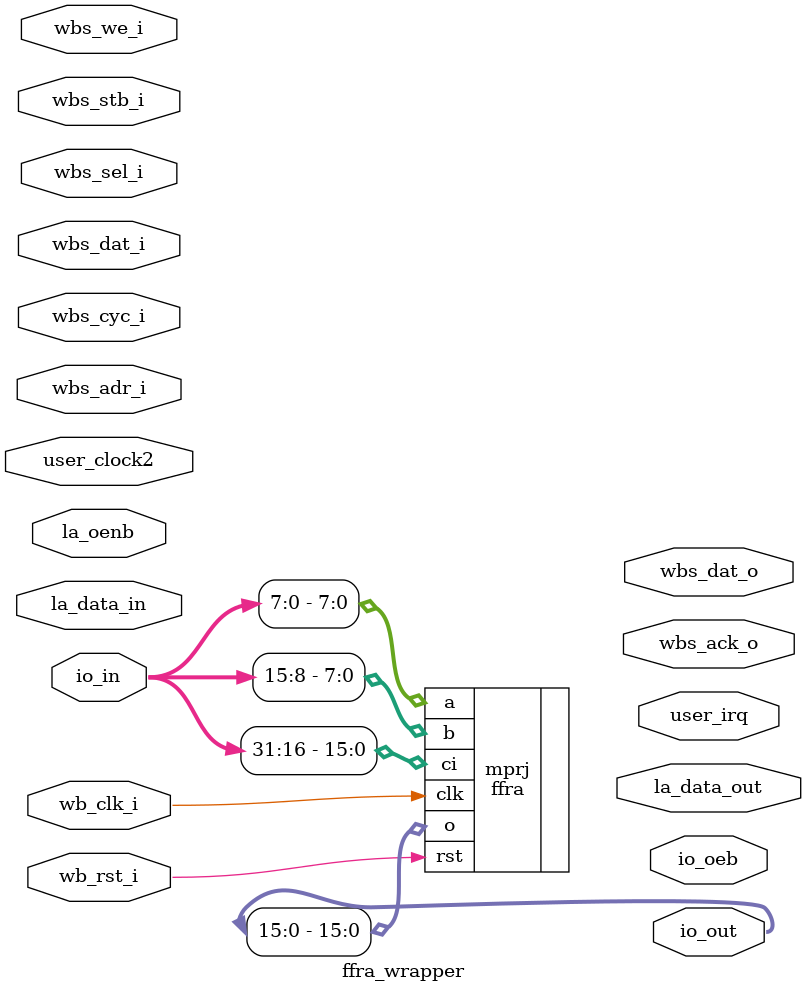
<source format=v>
module ffra_wrapper (user_clock2,
    wb_clk_i,
    wb_rst_i,
    wbs_ack_o,
    wbs_cyc_i,
    wbs_stb_i,
    wbs_we_i,
    io_in,
    io_oeb,
    io_out,
    la_data_in,
    la_data_out,
    la_oenb,
    user_irq,
    wbs_adr_i,
    wbs_dat_i,
    wbs_dat_o,
    wbs_sel_i);
 input user_clock2;
 input wb_clk_i;
 input wb_rst_i;
 output wbs_ack_o;
 input wbs_cyc_i;
 input wbs_stb_i;
 input wbs_we_i;
 input [37:0] io_in;
 output [37:0] io_oeb;
 output [37:0] io_out;
 input [63:0] la_data_in;
 output [63:0] la_data_out;
 input [63:0] la_oenb;
 output [2:0] user_irq;
 input [31:0] wbs_adr_i;
 input [31:0] wbs_dat_i;
 output [31:0] wbs_dat_o;
 input [3:0] wbs_sel_i;


 ffra mprj (.clk(wb_clk_i),
    .rst(wb_rst_i),
    .a({io_in[7],
    io_in[6],
    io_in[5],
    io_in[4],
    io_in[3],
    io_in[2],
    io_in[1],
    io_in[0]}),
    .b({io_in[15],
    io_in[14],
    io_in[13],
    io_in[12],
    io_in[11],
    io_in[10],
    io_in[9],
    io_in[8]}),
    .ci({io_in[31],
    io_in[30],
    io_in[29],
    io_in[28],
    io_in[27],
    io_in[26],
    io_in[25],
    io_in[24],
    io_in[23],
    io_in[22],
    io_in[21],
    io_in[20],
    io_in[19],
    io_in[18],
    io_in[17],
    io_in[16]}),
    .o({io_out[15],
    io_out[14],
    io_out[13],
    io_out[12],
    io_out[11],
    io_out[10],
    io_out[9],
    io_out[8],
    io_out[7],
    io_out[6],
    io_out[5],
    io_out[4],
    io_out[3],
    io_out[2],
    io_out[1],
    io_out[0]}));
endmodule


</source>
